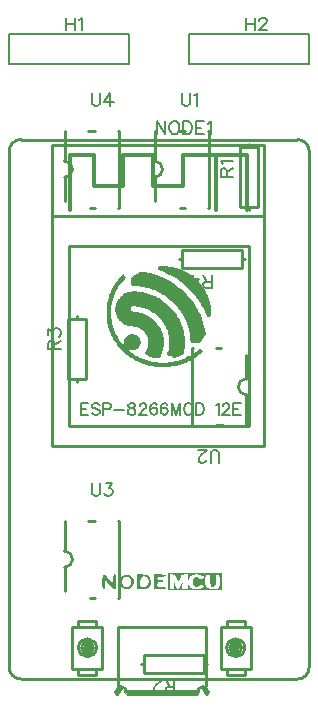
<source format=gto>
G04 Layer: TopSilkscreenLayer*
G04 EasyEDA v6.5.38, 2023-12-01 14:45:36*
G04 d3a44f610aa94845aa177982d7dd4480,0f913dacbf7e480eb1521c3b63592b38,10*
G04 Gerber Generator version 0.2*
G04 Scale: 100 percent, Rotated: No, Reflected: No *
G04 Dimensions in millimeters *
G04 leading zeros omitted , absolute positions ,4 integer and 5 decimal *
%FSLAX45Y45*%
%MOMM*%

%ADD10C,0.1524*%
%ADD11C,0.2032*%
%ADD12C,0.2030*%
%ADD13C,0.2540*%
%ADD14C,0.2997*%
%ADD15C,0.0112*%

%LPD*%
G36*
X1206804Y3560826D02*
G01*
X1199337Y3543350D01*
X1196441Y3535324D01*
X1196035Y3533343D01*
X1197660Y3531768D01*
X1202131Y3529380D01*
X1208786Y3526485D01*
X1228039Y3519119D01*
X1248562Y3510432D01*
X1276654Y3497579D01*
X1298854Y3486505D01*
X1320596Y3474618D01*
X1331264Y3468420D01*
X1347012Y3458768D01*
X1362456Y3448659D01*
X1372616Y3441750D01*
X1387551Y3430981D01*
X1406906Y3416096D01*
X1416405Y3408375D01*
X1430324Y3396538D01*
X1443888Y3384296D01*
X1457096Y3371697D01*
X1474114Y3354425D01*
X1490472Y3336493D01*
X1502308Y3322726D01*
X1517446Y3303828D01*
X1531874Y3284423D01*
X1545539Y3264458D01*
X1558442Y3244037D01*
X1564640Y3233623D01*
X1573530Y3217824D01*
X1584655Y3196336D01*
X1592478Y3179927D01*
X1602130Y3157728D01*
X1610207Y3138373D01*
X1614322Y3131159D01*
X1618335Y3128721D01*
X1623720Y3129330D01*
X1630680Y3131058D01*
X1635963Y3132836D01*
X1639824Y3135020D01*
X1642465Y3138119D01*
X1644091Y3142386D01*
X1645005Y3148330D01*
X1645412Y3156204D01*
X1645412Y3173069D01*
X1644954Y3186125D01*
X1644040Y3199130D01*
X1642668Y3212134D01*
X1640890Y3225139D01*
X1638655Y3238042D01*
X1635963Y3250895D01*
X1632864Y3263646D01*
X1629308Y3276346D01*
X1625346Y3288944D01*
X1620977Y3301390D01*
X1616202Y3313684D01*
X1610969Y3325876D01*
X1605381Y3337864D01*
X1599387Y3349701D01*
X1592986Y3361334D01*
X1586179Y3372764D01*
X1579016Y3383991D01*
X1572361Y3393592D01*
X1565706Y3402279D01*
X1558036Y3411423D01*
X1549552Y3420973D01*
X1540459Y3430676D01*
X1530807Y3440429D01*
X1520901Y3450031D01*
X1510792Y3459327D01*
X1500733Y3468115D01*
X1490929Y3476294D01*
X1481429Y3483660D01*
X1472539Y3490061D01*
X1463090Y3496157D01*
X1452575Y3502456D01*
X1441907Y3508501D01*
X1431036Y3514191D01*
X1420063Y3519576D01*
X1408938Y3524656D01*
X1397660Y3529380D01*
X1386281Y3533851D01*
X1374749Y3537915D01*
X1363167Y3541674D01*
X1351432Y3545128D01*
X1339646Y3548227D01*
X1327759Y3551021D01*
X1315821Y3553460D01*
X1303782Y3555542D01*
X1291691Y3557270D01*
X1279601Y3558692D01*
X1267409Y3559759D01*
X1255217Y3560470D01*
X1242974Y3560826D01*
G37*
G36*
X1054049Y3516071D02*
G01*
X1049883Y3514953D01*
X1042974Y3511854D01*
X1034287Y3507384D01*
X1019810Y3498748D01*
X1008938Y3491585D01*
X998118Y3484067D01*
X988568Y3477056D01*
X979271Y3469589D01*
X975156Y3465982D01*
X972159Y3462782D01*
X970127Y3459734D01*
X968806Y3456482D01*
X968095Y3452723D01*
X967790Y3448050D01*
X967892Y3433927D01*
X969111Y3415741D01*
X972261Y3392170D01*
X1005179Y3392119D01*
X1016304Y3391712D01*
X1027582Y3391001D01*
X1039012Y3389884D01*
X1050594Y3388410D01*
X1062278Y3386582D01*
X1074013Y3384397D01*
X1085900Y3381908D01*
X1097838Y3379063D01*
X1109827Y3375863D01*
X1121816Y3372358D01*
X1133856Y3368497D01*
X1145844Y3364382D01*
X1157833Y3359912D01*
X1169822Y3355136D01*
X1193546Y3344722D01*
X1205331Y3339084D01*
X1216964Y3333140D01*
X1228496Y3326942D01*
X1239875Y3320440D01*
X1251102Y3313684D01*
X1260703Y3307587D01*
X1269441Y3301441D01*
X1278737Y3294379D01*
X1288542Y3286455D01*
X1298702Y3277870D01*
X1309065Y3268726D01*
X1329740Y3249371D01*
X1339799Y3239465D01*
X1358544Y3219754D01*
X1366926Y3210306D01*
X1374546Y3201263D01*
X1381150Y3192780D01*
X1387703Y3183534D01*
X1394815Y3172866D01*
X1401673Y3161944D01*
X1408226Y3150920D01*
X1414475Y3139694D01*
X1420418Y3128365D01*
X1426057Y3116884D01*
X1431391Y3105302D01*
X1436420Y3093618D01*
X1441094Y3081832D01*
X1445463Y3069996D01*
X1449476Y3058109D01*
X1453134Y3046171D01*
X1456486Y3034182D01*
X1459433Y3022244D01*
X1462074Y3010255D01*
X1464310Y2998317D01*
X1466189Y2986430D01*
X1467713Y2974594D01*
X1468882Y2962757D01*
X1470710Y2932176D01*
X1471726Y2921508D01*
X1472488Y2917596D01*
X1473504Y2914497D01*
X1474825Y2912160D01*
X1476603Y2910433D01*
X1478889Y2909214D01*
X1481734Y2908452D01*
X1485239Y2907995D01*
X1541424Y2906522D01*
X1561033Y2929839D01*
X1568805Y2939846D01*
X1576730Y2950667D01*
X1583842Y2961030D01*
X1599996Y2986481D01*
X1594561Y3018688D01*
X1592326Y3030626D01*
X1587042Y3054350D01*
X1580794Y3077819D01*
X1577289Y3089503D01*
X1569567Y3112617D01*
X1565351Y3124047D01*
X1556207Y3146653D01*
X1546148Y3168954D01*
X1537970Y3185414D01*
X1532280Y3196234D01*
X1520190Y3217570D01*
X1510538Y3233216D01*
X1496923Y3253689D01*
X1482496Y3273602D01*
X1474978Y3283305D01*
X1459280Y3302355D01*
X1442669Y3320846D01*
X1425194Y3338677D01*
X1411579Y3351580D01*
X1397508Y3364128D01*
X1378102Y3380232D01*
X1357985Y3395573D01*
X1347673Y3402990D01*
X1326642Y3417163D01*
X1315923Y3423970D01*
X1299514Y3433775D01*
X1277264Y3446068D01*
X1260246Y3454755D01*
X1248765Y3460292D01*
X1231341Y3468115D01*
X1207820Y3477768D01*
X1189939Y3484372D01*
X1165860Y3492296D01*
X1153718Y3495903D01*
X1141526Y3499256D01*
X1117041Y3505200D01*
X1098550Y3508959D01*
X1069594Y3513988D01*
X1059434Y3515512D01*
G37*
G36*
X899160Y3495446D02*
G01*
X896619Y3493617D01*
X891489Y3488588D01*
X884478Y3481222D01*
X872032Y3467201D01*
X863549Y3457092D01*
X855421Y3446779D01*
X847598Y3436365D01*
X840130Y3425799D01*
X829462Y3409696D01*
X822807Y3398774D01*
X816457Y3387699D01*
X810463Y3376523D01*
X804773Y3365195D01*
X799388Y3353714D01*
X794359Y3342132D01*
X789686Y3330397D01*
X785317Y3318510D01*
X781253Y3306521D01*
X777544Y3294379D01*
X774192Y3282137D01*
X771144Y3269792D01*
X768451Y3257296D01*
X766114Y3244646D01*
X764438Y3233928D01*
X763117Y3222650D01*
X762050Y3210915D01*
X761339Y3198825D01*
X760730Y3180181D01*
X760831Y3161182D01*
X761238Y3148431D01*
X762406Y3129432D01*
X763524Y3116935D01*
X764895Y3104692D01*
X766572Y3092754D01*
X768502Y3081223D01*
X770686Y3070148D01*
X773125Y3059633D01*
X776122Y3048558D01*
X779780Y3036519D01*
X783691Y3024581D01*
X787857Y3012846D01*
X792378Y3001264D01*
X797102Y2989884D01*
X802132Y2978607D01*
X807466Y2967532D01*
X813053Y2956661D01*
X818896Y2945942D01*
X825042Y2935376D01*
X831443Y2925013D01*
X838098Y2914853D01*
X845007Y2904896D01*
X852169Y2895092D01*
X859637Y2885490D01*
X867308Y2876092D01*
X875284Y2866898D01*
X883462Y2857906D01*
X891946Y2849118D01*
X900633Y2840532D01*
X909624Y2832150D01*
X918819Y2824022D01*
X928268Y2816047D01*
X937971Y2808325D01*
X947877Y2800807D01*
X957986Y2793593D01*
X968248Y2786634D01*
X978611Y2779979D01*
X989076Y2773629D01*
X999693Y2767533D01*
X1010412Y2761691D01*
X1021232Y2756204D01*
X1043127Y2745994D01*
X1054252Y2741320D01*
X1071067Y2734868D01*
X1082395Y2730906D01*
X1093774Y2727248D01*
X1110945Y2722270D01*
X1122476Y2719324D01*
X1134059Y2716631D01*
X1145692Y2714244D01*
X1157376Y2712161D01*
X1169111Y2710332D01*
X1192580Y2707538D01*
X1216202Y2705862D01*
X1228039Y2705455D01*
X1251661Y2705506D01*
X1263497Y2705963D01*
X1275283Y2706674D01*
X1292961Y2708300D01*
X1316482Y2711450D01*
X1328166Y2713482D01*
X1351432Y2718308D01*
X1374495Y2724302D01*
X1385925Y2727706D01*
X1397304Y2731414D01*
X1408582Y2735427D01*
X1419809Y2739694D01*
X1430934Y2744216D01*
X1442008Y2749042D01*
X1452981Y2754172D01*
X1463852Y2759557D01*
X1479905Y2768142D01*
X1490522Y2774238D01*
X1506169Y2783941D01*
X1516481Y2790748D01*
X1526641Y2797810D01*
X1536649Y2805176D01*
X1548282Y2814116D01*
X1558848Y2822549D01*
X1567129Y2829509D01*
X1572056Y2834081D01*
X1575816Y2838551D01*
X1576527Y2842056D01*
X1573733Y2846425D01*
X1566926Y2853436D01*
X1561998Y2858109D01*
X1557578Y2861919D01*
X1554124Y2864510D01*
X1552041Y2865424D01*
X1549450Y2864104D01*
X1544421Y2860497D01*
X1537716Y2855163D01*
X1525574Y2844850D01*
X1516430Y2837383D01*
X1506880Y2830118D01*
X1496974Y2823057D01*
X1486712Y2816199D01*
X1476146Y2809595D01*
X1465326Y2803245D01*
X1454200Y2797149D01*
X1437081Y2788513D01*
X1425397Y2783128D01*
X1413560Y2777998D01*
X1401521Y2773222D01*
X1389380Y2768752D01*
X1377137Y2764586D01*
X1364792Y2760776D01*
X1352397Y2757322D01*
X1339951Y2754223D01*
X1327505Y2751531D01*
X1317040Y2749600D01*
X1305814Y2747975D01*
X1293926Y2746603D01*
X1281633Y2745486D01*
X1268984Y2744673D01*
X1256080Y2744114D01*
X1243126Y2743809D01*
X1230223Y2743809D01*
X1217472Y2744063D01*
X1205026Y2744622D01*
X1192987Y2745435D01*
X1181557Y2746502D01*
X1170838Y2747873D01*
X1160932Y2749550D01*
X1147876Y2752242D01*
X1134821Y2755341D01*
X1121816Y2758795D01*
X1108913Y2762605D01*
X1096060Y2766771D01*
X1083360Y2771241D01*
X1070813Y2776067D01*
X1058468Y2781198D01*
X1046327Y2786583D01*
X1034440Y2792272D01*
X1022807Y2798216D01*
X1011478Y2804464D01*
X1000506Y2810865D01*
X989888Y2817571D01*
X979678Y2824429D01*
X969873Y2831490D01*
X960526Y2838754D01*
X933856Y2861767D01*
X949655Y2854604D01*
X954938Y2852470D01*
X960221Y2850743D01*
X965504Y2849473D01*
X970737Y2848660D01*
X975918Y2848254D01*
X981049Y2848203D01*
X986078Y2848610D01*
X991006Y2849321D01*
X995883Y2850438D01*
X1000607Y2851861D01*
X1005179Y2853588D01*
X1009599Y2855620D01*
X1013917Y2857957D01*
X1021943Y2863443D01*
X1025652Y2866542D01*
X1029157Y2869895D01*
X1032408Y2873451D01*
X1035456Y2877210D01*
X1038250Y2881122D01*
X1040790Y2885186D01*
X1044956Y2893822D01*
X1046581Y2898292D01*
X1047851Y2902864D01*
X1048816Y2907538D01*
X1049477Y2912313D01*
X1049731Y2917088D01*
X1049578Y2921914D01*
X1049070Y2926791D01*
X1048156Y2931668D01*
X1046835Y2936494D01*
X1045057Y2941370D01*
X1042873Y2946146D01*
X1040180Y2950870D01*
X1037082Y2955544D01*
X1033271Y2960370D01*
X1029157Y2964738D01*
X1024839Y2968701D01*
X1020267Y2972257D01*
X1015441Y2975356D01*
X1010513Y2978099D01*
X1005382Y2980385D01*
X1000150Y2982264D01*
X994765Y2983687D01*
X989380Y2984754D01*
X983894Y2985363D01*
X978408Y2985566D01*
X972870Y2985312D01*
X967384Y2984703D01*
X961948Y2983636D01*
X956614Y2982163D01*
X951382Y2980283D01*
X946251Y2977946D01*
X941273Y2975254D01*
X936498Y2972104D01*
X931926Y2968498D01*
X927557Y2964535D01*
X923442Y2960166D01*
X919632Y2955340D01*
X916584Y2950972D01*
X914196Y2947060D01*
X912317Y2943301D01*
X910945Y2939542D01*
X909980Y2935478D01*
X909370Y2930906D01*
X908964Y2919425D01*
X909319Y2909570D01*
X910539Y2900578D01*
X912469Y2892755D01*
X915212Y2886303D01*
X921512Y2874416D01*
X909675Y2885287D01*
X903376Y2891891D01*
X896721Y2899714D01*
X889812Y2908503D01*
X882700Y2918206D01*
X875537Y2928620D01*
X868375Y2939643D01*
X861314Y2951073D01*
X854405Y2962859D01*
X847801Y2974746D01*
X841552Y2986684D01*
X835710Y2998470D01*
X830478Y3010001D01*
X825855Y3021076D01*
X821690Y3032201D01*
X817829Y3044088D01*
X814273Y3056432D01*
X811072Y3069183D01*
X808228Y3082290D01*
X805789Y3095650D01*
X803656Y3109214D01*
X801979Y3122930D01*
X800608Y3136696D01*
X799693Y3150514D01*
X799134Y3164230D01*
X798982Y3177794D01*
X799236Y3191205D01*
X799896Y3204311D01*
X801014Y3217113D01*
X802538Y3229508D01*
X804519Y3241446D01*
X806907Y3253435D01*
X809701Y3265424D01*
X812901Y3277412D01*
X816559Y3289401D01*
X820572Y3301390D01*
X824941Y3313277D01*
X829665Y3325114D01*
X834745Y3336848D01*
X840181Y3348431D01*
X848868Y3365550D01*
X855116Y3376726D01*
X861618Y3387648D01*
X868375Y3398367D01*
X875436Y3408832D01*
X882700Y3418992D01*
X890269Y3428796D01*
X898042Y3438347D01*
X906068Y3447491D01*
X914247Y3456228D01*
X928014Y3470401D01*
X909370Y3487775D01*
X904646Y3491788D01*
X901090Y3494430D01*
G37*
G36*
X990904Y3347059D02*
G01*
X977290Y3346551D01*
X963980Y3345535D01*
X952500Y3344062D01*
X944371Y3342335D01*
X937971Y3340252D01*
X925677Y3335426D01*
X913993Y3329787D01*
X903071Y3323336D01*
X897839Y3319830D01*
X887933Y3312261D01*
X878789Y3303981D01*
X870458Y3294989D01*
X862888Y3285337D01*
X859434Y3280308D01*
X856183Y3275076D01*
X850341Y3264255D01*
X847750Y3258616D01*
X843280Y3246932D01*
X841349Y3240938D01*
X839673Y3234791D01*
X838250Y3228492D01*
X837082Y3222142D01*
X835507Y3209391D01*
X834847Y3197250D01*
X834847Y3191306D01*
X835558Y3179673D01*
X837184Y3168446D01*
X838301Y3162960D01*
X841248Y3152241D01*
X845108Y3141878D01*
X849884Y3131870D01*
X855573Y3122218D01*
X862177Y3112871D01*
X869696Y3103880D01*
X878128Y3095193D01*
X887526Y3086760D01*
X897229Y3079140D01*
X907034Y3072536D01*
X917092Y3066897D01*
X922274Y3064408D01*
X932992Y3060090D01*
X944321Y3056534D01*
X956462Y3053689D01*
X969518Y3051505D01*
X1008735Y3045917D01*
X1013917Y3045002D01*
X1019149Y3043682D01*
X1024483Y3042005D01*
X1029817Y3039973D01*
X1040485Y3034944D01*
X1051001Y3028696D01*
X1061212Y3021431D01*
X1066139Y3017469D01*
X1075588Y3008884D01*
X1084275Y2999587D01*
X1088237Y2994761D01*
X1091996Y2989732D01*
X1095451Y2984652D01*
X1098651Y2979470D01*
X1101496Y2974187D01*
X1103833Y2969260D01*
X1107795Y2958947D01*
X1110742Y2948178D01*
X1111910Y2942640D01*
X1113485Y2931312D01*
X1114094Y2919882D01*
X1113790Y2908350D01*
X1112520Y2896870D01*
X1110386Y2885592D01*
X1108964Y2880055D01*
X1105458Y2869336D01*
X1101039Y2859074D01*
X1098499Y2854147D01*
X1092758Y2844850D01*
X1082040Y2829407D01*
X1098194Y2813558D01*
X1102918Y2809341D01*
X1107592Y2805582D01*
X1112316Y2802128D01*
X1117092Y2799080D01*
X1122019Y2796286D01*
X1127150Y2793847D01*
X1132535Y2791612D01*
X1138174Y2789631D01*
X1150620Y2786227D01*
X1168450Y2782620D01*
X1185214Y2779826D01*
X1191514Y2779268D01*
X1196644Y2779420D01*
X1200912Y2780233D01*
X1204468Y2781858D01*
X1207566Y2784348D01*
X1210360Y2787802D01*
X1213154Y2792222D01*
X1219352Y2804312D01*
X1224534Y2815539D01*
X1229156Y2826816D01*
X1233170Y2838246D01*
X1236675Y2849727D01*
X1239621Y2861310D01*
X1242009Y2872892D01*
X1243838Y2884576D01*
X1245108Y2896260D01*
X1245819Y2907944D01*
X1246022Y2919628D01*
X1245616Y2931261D01*
X1244701Y2942894D01*
X1243228Y2954477D01*
X1241196Y2965958D01*
X1238656Y2977438D01*
X1235506Y2988767D01*
X1231900Y2999994D01*
X1227683Y3011119D01*
X1222959Y3022092D01*
X1217726Y3032912D01*
X1211935Y3043529D01*
X1205585Y3054045D01*
X1198727Y3064306D01*
X1191361Y3074365D01*
X1184148Y3083204D01*
X1176426Y3091738D01*
X1168146Y3099968D01*
X1159357Y3107893D01*
X1150162Y3115513D01*
X1140510Y3122726D01*
X1130503Y3129584D01*
X1120140Y3136036D01*
X1109472Y3142030D01*
X1098550Y3147618D01*
X1087374Y3152749D01*
X1075994Y3157423D01*
X1064514Y3161538D01*
X1052830Y3165195D01*
X1041146Y3168294D01*
X1029360Y3170834D01*
X1017574Y3172764D01*
X997153Y3175203D01*
X989431Y3176727D01*
X982726Y3178708D01*
X977036Y3181096D01*
X972312Y3183890D01*
X968705Y3187090D01*
X966114Y3190646D01*
X964641Y3194507D01*
X964285Y3198672D01*
X965047Y3203143D01*
X966978Y3207867D01*
X970076Y3212846D01*
X972058Y3215436D01*
X974039Y3217367D01*
X976477Y3218738D01*
X979678Y3219551D01*
X984046Y3219958D01*
X998016Y3219551D01*
X1014323Y3218535D01*
X1026058Y3217316D01*
X1037742Y3215640D01*
X1049274Y3213506D01*
X1060754Y3210915D01*
X1072083Y3207867D01*
X1083259Y3204362D01*
X1094333Y3200450D01*
X1105255Y3196082D01*
X1116025Y3191256D01*
X1126642Y3185972D01*
X1137107Y3180283D01*
X1147368Y3174187D01*
X1157478Y3167634D01*
X1167384Y3160674D01*
X1177086Y3153257D01*
X1186586Y3145485D01*
X1195882Y3137255D01*
X1205077Y3128518D01*
X1213967Y3119374D01*
X1222349Y3110128D01*
X1230223Y3100679D01*
X1237589Y3090976D01*
X1244498Y3080969D01*
X1250950Y3070707D01*
X1257046Y3060039D01*
X1262735Y3049016D01*
X1268069Y3037535D01*
X1273048Y3025546D01*
X1277772Y3013049D01*
X1281988Y3000552D01*
X1285189Y2989630D01*
X1287526Y2979064D01*
X1289151Y2967634D01*
X1290320Y2954070D01*
X1291132Y2937154D01*
X1291742Y2918053D01*
X1291996Y2902407D01*
X1291742Y2888996D01*
X1290878Y2876956D01*
X1289304Y2865323D01*
X1286814Y2853283D01*
X1283411Y2839872D01*
X1276146Y2815183D01*
X1275689Y2812999D01*
X1275943Y2811068D01*
X1277061Y2809240D01*
X1279296Y2807411D01*
X1282852Y2805430D01*
X1287983Y2803144D01*
X1303680Y2797200D01*
X1333347Y2786430D01*
X1363522Y2795625D01*
X1382217Y2802178D01*
X1400200Y2808986D01*
X1411884Y2813964D01*
X1413611Y2815082D01*
X1418945Y2844800D01*
X1420520Y2854858D01*
X1421841Y2866085D01*
X1422857Y2878124D01*
X1423974Y2904032D01*
X1423924Y2930906D01*
X1423466Y2944164D01*
X1422704Y2957017D01*
X1421688Y2969260D01*
X1420317Y2980690D01*
X1418691Y2991104D01*
X1416304Y3003346D01*
X1413560Y3015538D01*
X1410411Y3027578D01*
X1406906Y3039516D01*
X1403045Y3051352D01*
X1398879Y3063087D01*
X1394307Y3074619D01*
X1389430Y3086049D01*
X1384198Y3097326D01*
X1378661Y3108452D01*
X1372768Y3119424D01*
X1366621Y3130194D01*
X1360119Y3140811D01*
X1353312Y3151276D01*
X1346200Y3161487D01*
X1338783Y3171545D01*
X1331112Y3181350D01*
X1323136Y3190951D01*
X1314907Y3200349D01*
X1306372Y3209544D01*
X1297584Y3218484D01*
X1288491Y3227171D01*
X1279194Y3235604D01*
X1269644Y3243783D01*
X1259840Y3251758D01*
X1249781Y3259378D01*
X1239469Y3266744D01*
X1228953Y3273856D01*
X1218234Y3280664D01*
X1207262Y3287166D01*
X1196086Y3293364D01*
X1184706Y3299256D01*
X1172870Y3304946D01*
X1160881Y3310280D01*
X1148791Y3315309D01*
X1136599Y3319983D01*
X1124356Y3324301D01*
X1112062Y3328263D01*
X1099718Y3331870D01*
X1087323Y3335121D01*
X1074978Y3337966D01*
X1062685Y3340455D01*
X1050442Y3342538D01*
X1038301Y3344265D01*
X1026261Y3345535D01*
X1014323Y3346450D01*
X1002537Y3346958D01*
G37*
G36*
X1283208Y959612D02*
G01*
X1283208Y950721D01*
X1318056Y950721D01*
X1324813Y950417D01*
X1330502Y949401D01*
X1335379Y947470D01*
X1339646Y944473D01*
X1343558Y940155D01*
X1347266Y934313D01*
X1351026Y926795D01*
X1355090Y917397D01*
X1368704Y884072D01*
X1381048Y910691D01*
X1385671Y921562D01*
X1389227Y931468D01*
X1391412Y939342D01*
X1391716Y944016D01*
X1393393Y946607D01*
X1399032Y948740D01*
X1407769Y950163D01*
X1418793Y950721D01*
X1447444Y950721D01*
X1447444Y888288D01*
X1451254Y888288D01*
X1451457Y893876D01*
X1452118Y899261D01*
X1453235Y904392D01*
X1454708Y909370D01*
X1456588Y914044D01*
X1458874Y918514D01*
X1461465Y922731D01*
X1464462Y926693D01*
X1467713Y930351D01*
X1471320Y933805D01*
X1475232Y936955D01*
X1479397Y939850D01*
X1483817Y942390D01*
X1488490Y944676D01*
X1493367Y946658D01*
X1498498Y948334D01*
X1503781Y949706D01*
X1509268Y950721D01*
X1514957Y951382D01*
X1520748Y951737D01*
X1526692Y951737D01*
X1532737Y951382D01*
X1538833Y950671D01*
X1545082Y949604D01*
X1551381Y948131D01*
X1557731Y946302D01*
X1564081Y944067D01*
X1570482Y941425D01*
X1576730Y938530D01*
X1581404Y936040D01*
X1584502Y933703D01*
X1586128Y931418D01*
X1586382Y928878D01*
X1585315Y925982D01*
X1582978Y922528D01*
X1579524Y918260D01*
X1575765Y914146D01*
X1572514Y911250D01*
X1569415Y909523D01*
X1566265Y909066D01*
X1562709Y909878D01*
X1558594Y911910D01*
X1553514Y915263D01*
X1547317Y919886D01*
X1541881Y923594D01*
X1536496Y926439D01*
X1531213Y928471D01*
X1526032Y929640D01*
X1521053Y929995D01*
X1516278Y929640D01*
X1511757Y928522D01*
X1507540Y926642D01*
X1503629Y924052D01*
X1500124Y920800D01*
X1497025Y916889D01*
X1494434Y912368D01*
X1492300Y907186D01*
X1490726Y901446D01*
X1490430Y899515D01*
X1594104Y899515D01*
X1594358Y905662D01*
X1595678Y917397D01*
X1596745Y922883D01*
X1598066Y928065D01*
X1599590Y932891D01*
X1601419Y937260D01*
X1603502Y941120D01*
X1605788Y944422D01*
X1608378Y947064D01*
X1611122Y949045D01*
X1614170Y950264D01*
X1617421Y950721D01*
X1622044Y950671D01*
X1625955Y950366D01*
X1629206Y949756D01*
X1631848Y948639D01*
X1633880Y946861D01*
X1635455Y944321D01*
X1636623Y940866D01*
X1637436Y936396D01*
X1637944Y930656D01*
X1638401Y915111D01*
X1638604Y895451D01*
X1639112Y886714D01*
X1640027Y878738D01*
X1641195Y871524D01*
X1642719Y865124D01*
X1644548Y859536D01*
X1646682Y854811D01*
X1649069Y850900D01*
X1651711Y847902D01*
X1654657Y845769D01*
X1657756Y844550D01*
X1661160Y844245D01*
X1664716Y844905D01*
X1668525Y846480D01*
X1672488Y849071D01*
X1676603Y852627D01*
X1679854Y856335D01*
X1682445Y860653D01*
X1684477Y865733D01*
X1685950Y871778D01*
X1686915Y878840D01*
X1687322Y887120D01*
X1687271Y896721D01*
X1686052Y921359D01*
X1685798Y931671D01*
X1686204Y939241D01*
X1687372Y944473D01*
X1689506Y947826D01*
X1692808Y949706D01*
X1697329Y950518D01*
X1703324Y950721D01*
X1705813Y950264D01*
X1708150Y948994D01*
X1710283Y946962D01*
X1712264Y944168D01*
X1714042Y940765D01*
X1715617Y936802D01*
X1717039Y932281D01*
X1718259Y927303D01*
X1720138Y916228D01*
X1721205Y904087D01*
X1721408Y891387D01*
X1721256Y884986D01*
X1720189Y872388D01*
X1718259Y860450D01*
X1716938Y854913D01*
X1715363Y849782D01*
X1713585Y845007D01*
X1711553Y840740D01*
X1709267Y837031D01*
X1707083Y834694D01*
X1704136Y832612D01*
X1700428Y830783D01*
X1696110Y829310D01*
X1691233Y828040D01*
X1685950Y827074D01*
X1674266Y825957D01*
X1668068Y825804D01*
X1655368Y826262D01*
X1649069Y826871D01*
X1642922Y827735D01*
X1636928Y828852D01*
X1631289Y830224D01*
X1626006Y831850D01*
X1621180Y833678D01*
X1616913Y835761D01*
X1613255Y838098D01*
X1610360Y840638D01*
X1607362Y844245D01*
X1604721Y848410D01*
X1602333Y853033D01*
X1600301Y858012D01*
X1598523Y863396D01*
X1597050Y869086D01*
X1595882Y874928D01*
X1595018Y880973D01*
X1594154Y893368D01*
X1594104Y899515D01*
X1490430Y899515D01*
X1489760Y895146D01*
X1489456Y888288D01*
X1489760Y881481D01*
X1490726Y875182D01*
X1492300Y869492D01*
X1494383Y864311D01*
X1497025Y859790D01*
X1500073Y855878D01*
X1503578Y852627D01*
X1507490Y850036D01*
X1511655Y848106D01*
X1516176Y846937D01*
X1520952Y846531D01*
X1525879Y846886D01*
X1531010Y848004D01*
X1536242Y849985D01*
X1541576Y852779D01*
X1552549Y860501D01*
X1557324Y863549D01*
X1561490Y865530D01*
X1565198Y866495D01*
X1568551Y866444D01*
X1571752Y865428D01*
X1574952Y863447D01*
X1578305Y860552D01*
X1580896Y857503D01*
X1582420Y854456D01*
X1582928Y851458D01*
X1582470Y848461D01*
X1581099Y845515D01*
X1578914Y842721D01*
X1575866Y840028D01*
X1572056Y837488D01*
X1567484Y835152D01*
X1562303Y833018D01*
X1556461Y831138D01*
X1550009Y829513D01*
X1543100Y828141D01*
X1535633Y827125D01*
X1527810Y826516D01*
X1519529Y826211D01*
X1513332Y826363D01*
X1507337Y826820D01*
X1501597Y827633D01*
X1496161Y828802D01*
X1490980Y830275D01*
X1486103Y832103D01*
X1481531Y834237D01*
X1477213Y836726D01*
X1473200Y839469D01*
X1469491Y842518D01*
X1466138Y845870D01*
X1463090Y849528D01*
X1460398Y853490D01*
X1458010Y857656D01*
X1455978Y862126D01*
X1454302Y866902D01*
X1452981Y871880D01*
X1452016Y877112D01*
X1451457Y882599D01*
X1451254Y888288D01*
X1447444Y888288D01*
X1447444Y825906D01*
X1416608Y826058D01*
X1411020Y826617D01*
X1407007Y827887D01*
X1404366Y830224D01*
X1402892Y833780D01*
X1402334Y838860D01*
X1402638Y845819D01*
X1406499Y883869D01*
X1385112Y846632D01*
X1380845Y839876D01*
X1377035Y834593D01*
X1373581Y830834D01*
X1370330Y828598D01*
X1367231Y827836D01*
X1364081Y828598D01*
X1360881Y830834D01*
X1357426Y834593D01*
X1353616Y839876D01*
X1349349Y846632D01*
X1327962Y883869D01*
X1331772Y846124D01*
X1332026Y839317D01*
X1331620Y834237D01*
X1330350Y830580D01*
X1328115Y828192D01*
X1324813Y826769D01*
X1320241Y826058D01*
X1309878Y825957D01*
X1306169Y826262D01*
X1303121Y827074D01*
X1300683Y828497D01*
X1298752Y830834D01*
X1297279Y834186D01*
X1296212Y838860D01*
X1295450Y844956D01*
X1294993Y852779D01*
X1294688Y874217D01*
X1294638Y950721D01*
X1283208Y950721D01*
X1283208Y816965D01*
X1741525Y816965D01*
X1741525Y959612D01*
G37*
G36*
X828751Y956868D02*
G01*
X827379Y956767D01*
X826008Y956106D01*
X824636Y954836D01*
X823315Y953008D01*
X820877Y947419D01*
X819759Y943711D01*
X817829Y934313D01*
X816305Y922223D01*
X813409Y879551D01*
X777138Y921156D01*
X766876Y932180D01*
X762304Y936752D01*
X758037Y940663D01*
X754075Y943965D01*
X750417Y946607D01*
X747115Y948639D01*
X744067Y950010D01*
X741324Y950671D01*
X738835Y950721D01*
X736600Y950061D01*
X734568Y948791D01*
X732840Y946759D01*
X731266Y944118D01*
X729945Y940714D01*
X728827Y936650D01*
X727100Y926439D01*
X726084Y913333D01*
X725576Y897382D01*
X725576Y875741D01*
X726033Y855827D01*
X726440Y848207D01*
X727100Y841908D01*
X727913Y836930D01*
X729030Y833018D01*
X730402Y830122D01*
X732028Y828090D01*
X734060Y826769D01*
X736396Y826109D01*
X739089Y825906D01*
X742899Y826211D01*
X745845Y827328D01*
X748030Y829411D01*
X749554Y832662D01*
X750417Y837336D01*
X750671Y843534D01*
X750468Y851560D01*
X749198Y869442D01*
X748995Y876300D01*
X749096Y882091D01*
X749554Y886866D01*
X750366Y890524D01*
X751586Y893165D01*
X753160Y894740D01*
X755243Y895299D01*
X757732Y894740D01*
X760679Y893165D01*
X764184Y890524D01*
X768146Y886866D01*
X772668Y882091D01*
X783336Y869442D01*
X794715Y855014D01*
X804113Y843838D01*
X812342Y835202D01*
X816000Y831900D01*
X819403Y829208D01*
X822553Y827227D01*
X825449Y825855D01*
X828090Y825195D01*
X830529Y825195D01*
X832713Y825855D01*
X834644Y827227D01*
X836421Y829259D01*
X837946Y832002D01*
X839317Y835456D01*
X840435Y839571D01*
X841451Y844397D01*
X842873Y856183D01*
X843686Y870813D01*
X843940Y888288D01*
X843584Y903274D01*
X842619Y916584D01*
X841095Y928217D01*
X839165Y937920D01*
X836828Y945794D01*
X835609Y948944D01*
X834288Y951585D01*
X832916Y953719D01*
X831545Y955294D01*
X830173Y956360D01*
G37*
G36*
X1019657Y950721D02*
G01*
X1019657Y878078D01*
X1046378Y878078D01*
X1046378Y888288D01*
X1046632Y895096D01*
X1047343Y901446D01*
X1048461Y907389D01*
X1049985Y912774D01*
X1051915Y917752D01*
X1054150Y922172D01*
X1056741Y926084D01*
X1059586Y929487D01*
X1062736Y932281D01*
X1066088Y934567D01*
X1069644Y936244D01*
X1073353Y937310D01*
X1077214Y937768D01*
X1081227Y937564D01*
X1085291Y936701D01*
X1089406Y935228D01*
X1093571Y933043D01*
X1097737Y930148D01*
X1101902Y926541D01*
X1105966Y922172D01*
X1109522Y917498D01*
X1112367Y912571D01*
X1114602Y907542D01*
X1116177Y902360D01*
X1117092Y897077D01*
X1117447Y891844D01*
X1117244Y886612D01*
X1116431Y881430D01*
X1115110Y876401D01*
X1113282Y871575D01*
X1110996Y866952D01*
X1108202Y862584D01*
X1104950Y858570D01*
X1101293Y854913D01*
X1097229Y851712D01*
X1092758Y848969D01*
X1087983Y846734D01*
X1082802Y845108D01*
X1077366Y844092D01*
X1071575Y843737D01*
X1061008Y843940D01*
X1057046Y844448D01*
X1053896Y845413D01*
X1051407Y846988D01*
X1049528Y849325D01*
X1048207Y852627D01*
X1047343Y856996D01*
X1046784Y862584D01*
X1046378Y878078D01*
X1019657Y878078D01*
X1019657Y825906D01*
X1066393Y826160D01*
X1074318Y826516D01*
X1081684Y827125D01*
X1088440Y827989D01*
X1094689Y829106D01*
X1100378Y830529D01*
X1105560Y832256D01*
X1110234Y834237D01*
X1114399Y836574D01*
X1118158Y839266D01*
X1121460Y842314D01*
X1124356Y845769D01*
X1126794Y849579D01*
X1128877Y853795D01*
X1130604Y858418D01*
X1131925Y863447D01*
X1132992Y868984D01*
X1133703Y874928D01*
X1134110Y881380D01*
X1134110Y895248D01*
X1133703Y901700D01*
X1132992Y907643D01*
X1131925Y913130D01*
X1130604Y918210D01*
X1128877Y922832D01*
X1126794Y927049D01*
X1124356Y930859D01*
X1121460Y934262D01*
X1118158Y937310D01*
X1114399Y940003D01*
X1110234Y942340D01*
X1105560Y944371D01*
X1100378Y946099D01*
X1094689Y947470D01*
X1088440Y948588D01*
X1081684Y949452D01*
X1074318Y950061D01*
X1057859Y950569D01*
G37*
G36*
X1160983Y950721D02*
G01*
X1160983Y825906D01*
X1225499Y826058D01*
X1235710Y826566D01*
X1244803Y827379D01*
X1252626Y828446D01*
X1259027Y829767D01*
X1263853Y831291D01*
X1266850Y832967D01*
X1267917Y834796D01*
X1267155Y836625D01*
X1264920Y838301D01*
X1261364Y839774D01*
X1256690Y841095D01*
X1251051Y842213D01*
X1244549Y843026D01*
X1237386Y843534D01*
X1217828Y843838D01*
X1208735Y844296D01*
X1201978Y845312D01*
X1197254Y847090D01*
X1194206Y849833D01*
X1192479Y853744D01*
X1191717Y859078D01*
X1191514Y866038D01*
X1191717Y872591D01*
X1192428Y877722D01*
X1193800Y881634D01*
X1196086Y884478D01*
X1199489Y886409D01*
X1204214Y887577D01*
X1210360Y888136D01*
X1218234Y888288D01*
X1228648Y889000D01*
X1237132Y890930D01*
X1242872Y893775D01*
X1245006Y897229D01*
X1242872Y900684D01*
X1237132Y903528D01*
X1228648Y905408D01*
X1206195Y906932D01*
X1197864Y909319D01*
X1193088Y913485D01*
X1191514Y919480D01*
X1191971Y922985D01*
X1193444Y925830D01*
X1195984Y928166D01*
X1199794Y929995D01*
X1204976Y931316D01*
X1211580Y932180D01*
X1219809Y932687D01*
X1237386Y933043D01*
X1244549Y933551D01*
X1251051Y934415D01*
X1256690Y935482D01*
X1261364Y936802D01*
X1264920Y938326D01*
X1267155Y940003D01*
X1267917Y941781D01*
X1266850Y943610D01*
X1263853Y945337D01*
X1259027Y946861D01*
X1252626Y948131D01*
X1244803Y949248D01*
X1235710Y950010D01*
X1225499Y950518D01*
X1214424Y950721D01*
G37*
G36*
X932180Y947623D02*
G01*
X926439Y947166D01*
X920648Y946302D01*
X914704Y944930D01*
X908710Y943102D01*
X902665Y940765D01*
X896619Y937971D01*
X892149Y935431D01*
X888034Y932687D01*
X884275Y929741D01*
X880922Y926592D01*
X877976Y923239D01*
X875334Y919734D01*
X873048Y916076D01*
X871118Y912317D01*
X869543Y908405D01*
X868273Y904392D01*
X867359Y900328D01*
X866749Y896213D01*
X866495Y892048D01*
X866541Y888288D01*
X893622Y888288D01*
X893876Y894435D01*
X894689Y900226D01*
X896010Y905611D01*
X897839Y910590D01*
X900023Y915111D01*
X902665Y919226D01*
X905611Y922832D01*
X908862Y925982D01*
X912368Y928573D01*
X916127Y930706D01*
X920089Y932230D01*
X924204Y933246D01*
X928420Y933653D01*
X932738Y933500D01*
X937056Y932687D01*
X941425Y931265D01*
X945692Y929182D01*
X949909Y926439D01*
X954024Y923036D01*
X957986Y918870D01*
X961288Y914501D01*
X963980Y909878D01*
X966114Y905103D01*
X967638Y900176D01*
X968603Y895197D01*
X969060Y890168D01*
X968959Y885139D01*
X968349Y880211D01*
X967282Y875385D01*
X965708Y870712D01*
X963726Y866241D01*
X961339Y862025D01*
X958494Y858164D01*
X955294Y854608D01*
X951737Y851509D01*
X947775Y848817D01*
X943559Y846683D01*
X938987Y845058D01*
X934110Y844092D01*
X928979Y843737D01*
X923544Y844042D01*
X918514Y845058D01*
X913942Y846683D01*
X909777Y848969D01*
X906068Y851865D01*
X902817Y855370D01*
X900023Y859434D01*
X897737Y864108D01*
X895959Y869340D01*
X894638Y875131D01*
X893876Y881430D01*
X893622Y888288D01*
X866541Y888288D01*
X866851Y883666D01*
X868426Y875334D01*
X871169Y867206D01*
X872947Y863244D01*
X877316Y855624D01*
X879906Y852068D01*
X882751Y848614D01*
X885799Y845362D01*
X889152Y842264D01*
X892657Y839419D01*
X896467Y836777D01*
X900480Y834339D01*
X904697Y832205D01*
X909116Y830376D01*
X913739Y828802D01*
X918565Y827582D01*
X923594Y826668D01*
X928827Y826109D01*
X934212Y825906D01*
X939495Y826262D01*
X944829Y827379D01*
X950061Y829106D01*
X955243Y831443D01*
X960323Y834339D01*
X965149Y837742D01*
X969771Y841603D01*
X974140Y845870D01*
X978153Y850493D01*
X981760Y855421D01*
X984961Y860552D01*
X987704Y865936D01*
X989888Y871423D01*
X991514Y877011D01*
X992581Y882650D01*
X992886Y888288D01*
X992682Y894384D01*
X991920Y900176D01*
X990752Y905713D01*
X989126Y910945D01*
X987094Y915924D01*
X984707Y920496D01*
X981913Y924814D01*
X978763Y928776D01*
X975258Y932383D01*
X971448Y935634D01*
X967333Y938530D01*
X962964Y941019D01*
X958342Y943152D01*
X953516Y944880D01*
X948436Y946200D01*
X943203Y947115D01*
X937768Y947572D01*
G37*
D10*
X419100Y5665215D02*
G01*
X419100Y5556250D01*
X491743Y5665215D02*
G01*
X491743Y5556250D01*
X419100Y5613400D02*
G01*
X491743Y5613400D01*
X526034Y5644387D02*
G01*
X536447Y5649721D01*
X552195Y5665215D01*
X552195Y5556250D01*
X1943100Y5665215D02*
G01*
X1943100Y5556250D01*
X2015743Y5665215D02*
G01*
X2015743Y5556250D01*
X1943100Y5613400D02*
G01*
X2015743Y5613400D01*
X2055368Y5639307D02*
G01*
X2055368Y5644387D01*
X2060447Y5654802D01*
X2065781Y5660136D01*
X2076195Y5665215D01*
X2096770Y5665215D01*
X2107184Y5660136D01*
X2112518Y5654802D01*
X2117597Y5644387D01*
X2117597Y5633973D01*
X2112518Y5623560D01*
X2102104Y5608065D01*
X2050034Y5556250D01*
X2122931Y5556250D01*
X1186179Y4786376D02*
G01*
X1186179Y4677410D01*
X1186179Y4786376D02*
G01*
X1258824Y4677410D01*
X1258824Y4786376D02*
G01*
X1258824Y4677410D01*
X1324356Y4786376D02*
G01*
X1313941Y4781295D01*
X1303527Y4770881D01*
X1298447Y4760468D01*
X1293113Y4744720D01*
X1293113Y4718812D01*
X1298447Y4703318D01*
X1303527Y4692904D01*
X1313941Y4682489D01*
X1324356Y4677410D01*
X1345184Y4677410D01*
X1355597Y4682489D01*
X1366011Y4692904D01*
X1371091Y4703318D01*
X1376425Y4718812D01*
X1376425Y4744720D01*
X1371091Y4760468D01*
X1366011Y4770881D01*
X1355597Y4781295D01*
X1345184Y4786376D01*
X1324356Y4786376D01*
X1410715Y4786376D02*
G01*
X1410715Y4677410D01*
X1410715Y4786376D02*
G01*
X1447038Y4786376D01*
X1462531Y4781295D01*
X1472945Y4770881D01*
X1478279Y4760468D01*
X1483359Y4744720D01*
X1483359Y4718812D01*
X1478279Y4703318D01*
X1472945Y4692904D01*
X1462531Y4682489D01*
X1447038Y4677410D01*
X1410715Y4677410D01*
X1517650Y4786376D02*
G01*
X1517650Y4677410D01*
X1517650Y4786376D02*
G01*
X1585213Y4786376D01*
X1517650Y4734560D02*
G01*
X1559306Y4734560D01*
X1517650Y4677410D02*
G01*
X1585213Y4677410D01*
X1619504Y4765547D02*
G01*
X1629918Y4770881D01*
X1645411Y4786376D01*
X1645411Y4677410D01*
X546100Y2401315D02*
G01*
X546100Y2304287D01*
X546100Y2401315D02*
G01*
X606043Y2401315D01*
X546100Y2355087D02*
G01*
X582929Y2355087D01*
X546100Y2304287D02*
G01*
X606043Y2304287D01*
X701293Y2387345D02*
G01*
X692150Y2396489D01*
X678179Y2401315D01*
X659638Y2401315D01*
X645922Y2396489D01*
X636524Y2387345D01*
X636524Y2378202D01*
X641350Y2368804D01*
X645922Y2364231D01*
X655065Y2359660D01*
X682752Y2350515D01*
X692150Y2345689D01*
X696722Y2341118D01*
X701293Y2331973D01*
X701293Y2318004D01*
X692150Y2308860D01*
X678179Y2304287D01*
X659638Y2304287D01*
X645922Y2308860D01*
X636524Y2318004D01*
X731774Y2401315D02*
G01*
X731774Y2304287D01*
X731774Y2401315D02*
G01*
X773429Y2401315D01*
X787145Y2396489D01*
X791718Y2391918D01*
X796290Y2382773D01*
X796290Y2368804D01*
X791718Y2359660D01*
X787145Y2355087D01*
X773429Y2350515D01*
X731774Y2350515D01*
X826770Y2345689D02*
G01*
X910081Y2345689D01*
X963675Y2401315D02*
G01*
X949706Y2396489D01*
X945134Y2387345D01*
X945134Y2378202D01*
X949706Y2368804D01*
X958850Y2364231D01*
X977391Y2359660D01*
X991361Y2355087D01*
X1000506Y2345689D01*
X1005077Y2336545D01*
X1005077Y2322829D01*
X1000506Y2313431D01*
X995934Y2308860D01*
X981963Y2304287D01*
X963675Y2304287D01*
X949706Y2308860D01*
X945134Y2313431D01*
X940561Y2322829D01*
X940561Y2336545D01*
X945134Y2345689D01*
X954277Y2355087D01*
X968247Y2359660D01*
X986790Y2364231D01*
X995934Y2368804D01*
X1000506Y2378202D01*
X1000506Y2387345D01*
X995934Y2396489D01*
X981963Y2401315D01*
X963675Y2401315D01*
X1040129Y2378202D02*
G01*
X1040129Y2382773D01*
X1044956Y2391918D01*
X1049527Y2396489D01*
X1058672Y2401315D01*
X1077213Y2401315D01*
X1086358Y2396489D01*
X1090929Y2391918D01*
X1095756Y2382773D01*
X1095756Y2373629D01*
X1090929Y2364231D01*
X1081786Y2350515D01*
X1035558Y2304287D01*
X1100327Y2304287D01*
X1186179Y2387345D02*
G01*
X1181608Y2396489D01*
X1167638Y2401315D01*
X1158493Y2401315D01*
X1144524Y2396489D01*
X1135379Y2382773D01*
X1130808Y2359660D01*
X1130808Y2336545D01*
X1135379Y2318004D01*
X1144524Y2308860D01*
X1158493Y2304287D01*
X1163065Y2304287D01*
X1177036Y2308860D01*
X1186179Y2318004D01*
X1190752Y2331973D01*
X1190752Y2336545D01*
X1186179Y2350515D01*
X1177036Y2359660D01*
X1163065Y2364231D01*
X1158493Y2364231D01*
X1144524Y2359660D01*
X1135379Y2350515D01*
X1130808Y2336545D01*
X1276604Y2387345D02*
G01*
X1272031Y2396489D01*
X1258315Y2401315D01*
X1248918Y2401315D01*
X1235202Y2396489D01*
X1225804Y2382773D01*
X1221231Y2359660D01*
X1221231Y2336545D01*
X1225804Y2318004D01*
X1235202Y2308860D01*
X1248918Y2304287D01*
X1253490Y2304287D01*
X1267459Y2308860D01*
X1276604Y2318004D01*
X1281429Y2331973D01*
X1281429Y2336545D01*
X1276604Y2350515D01*
X1267459Y2359660D01*
X1253490Y2364231D01*
X1248918Y2364231D01*
X1235202Y2359660D01*
X1225804Y2350515D01*
X1221231Y2336545D01*
X1311909Y2401315D02*
G01*
X1311909Y2304287D01*
X1311909Y2401315D02*
G01*
X1348740Y2304287D01*
X1385570Y2401315D02*
G01*
X1348740Y2304287D01*
X1385570Y2401315D02*
G01*
X1385570Y2304287D01*
X1443990Y2401315D02*
G01*
X1434591Y2396489D01*
X1425447Y2387345D01*
X1420875Y2378202D01*
X1416050Y2364231D01*
X1416050Y2341118D01*
X1420875Y2327402D01*
X1425447Y2318004D01*
X1434591Y2308860D01*
X1443990Y2304287D01*
X1462277Y2304287D01*
X1471675Y2308860D01*
X1480820Y2318004D01*
X1485391Y2327402D01*
X1489963Y2341118D01*
X1489963Y2364231D01*
X1485391Y2378202D01*
X1480820Y2387345D01*
X1471675Y2396489D01*
X1462277Y2401315D01*
X1443990Y2401315D01*
X1520443Y2401315D02*
G01*
X1520443Y2304287D01*
X1520443Y2401315D02*
G01*
X1552956Y2401315D01*
X1566672Y2396489D01*
X1576070Y2387345D01*
X1580641Y2378202D01*
X1585213Y2364231D01*
X1585213Y2341118D01*
X1580641Y2327402D01*
X1576070Y2318004D01*
X1566672Y2308860D01*
X1552956Y2304287D01*
X1520443Y2304287D01*
X1686813Y2382773D02*
G01*
X1695958Y2387345D01*
X1709927Y2401315D01*
X1709927Y2304287D01*
X1744979Y2378202D02*
G01*
X1744979Y2382773D01*
X1749552Y2391918D01*
X1754124Y2396489D01*
X1763522Y2401315D01*
X1781809Y2401315D01*
X1791208Y2396489D01*
X1795779Y2391918D01*
X1800352Y2382773D01*
X1800352Y2373629D01*
X1795779Y2364231D01*
X1786636Y2350515D01*
X1740408Y2304287D01*
X1804924Y2304287D01*
X1835404Y2401315D02*
G01*
X1835404Y2304287D01*
X1835404Y2401315D02*
G01*
X1895602Y2401315D01*
X1835404Y2355087D02*
G01*
X1872488Y2355087D01*
X1835404Y2304287D02*
G01*
X1895602Y2304287D01*
X1726184Y4318000D02*
G01*
X1835150Y4318000D01*
X1726184Y4318000D02*
G01*
X1726184Y4364736D01*
X1731263Y4380229D01*
X1736597Y4385563D01*
X1747011Y4390644D01*
X1757425Y4390644D01*
X1767840Y4385563D01*
X1772920Y4380229D01*
X1778000Y4364736D01*
X1778000Y4318000D01*
X1778000Y4354321D02*
G01*
X1835150Y4390644D01*
X1747011Y4424934D02*
G01*
X1741677Y4435347D01*
X1726184Y4451095D01*
X1835150Y4451095D01*
X1333500Y-51815D02*
G01*
X1333500Y57150D01*
X1333500Y-51815D02*
G01*
X1286763Y-51815D01*
X1271270Y-46736D01*
X1265936Y-41402D01*
X1260856Y-30987D01*
X1260856Y-20573D01*
X1265936Y-10160D01*
X1271270Y-5079D01*
X1286763Y0D01*
X1333500Y0D01*
X1297177Y0D02*
G01*
X1260856Y57150D01*
X1221231Y-25907D02*
G01*
X1221231Y-30987D01*
X1216152Y-41402D01*
X1210818Y-46736D01*
X1200404Y-51815D01*
X1179829Y-51815D01*
X1169415Y-46736D01*
X1164081Y-41402D01*
X1159002Y-30987D01*
X1159002Y-20573D01*
X1164081Y-10160D01*
X1174495Y5334D01*
X1226565Y57150D01*
X1153668Y57150D01*
X265684Y2857500D02*
G01*
X374650Y2857500D01*
X265684Y2857500D02*
G01*
X265684Y2904236D01*
X270763Y2919729D01*
X276097Y2925063D01*
X286512Y2930144D01*
X296926Y2930144D01*
X307339Y2925063D01*
X312420Y2919729D01*
X317500Y2904236D01*
X317500Y2857500D01*
X317500Y2893821D02*
G01*
X374650Y2930144D01*
X265684Y2974847D02*
G01*
X265684Y3031997D01*
X307339Y3001010D01*
X307339Y3016504D01*
X312420Y3026918D01*
X317500Y3031997D01*
X333247Y3037331D01*
X343662Y3037331D01*
X359155Y3031997D01*
X369570Y3021584D01*
X374650Y3006089D01*
X374650Y2990595D01*
X369570Y2974847D01*
X364489Y2969768D01*
X354076Y2964434D01*
X1651000Y3377184D02*
G01*
X1651000Y3486150D01*
X1651000Y3377184D02*
G01*
X1604263Y3377184D01*
X1588770Y3382263D01*
X1583436Y3387597D01*
X1578356Y3398012D01*
X1578356Y3408426D01*
X1583436Y3418839D01*
X1588770Y3423920D01*
X1604263Y3429000D01*
X1651000Y3429000D01*
X1614677Y3429000D02*
G01*
X1578356Y3486150D01*
X1491995Y3377184D02*
G01*
X1544065Y3449828D01*
X1466088Y3449828D01*
X1491995Y3377184D02*
G01*
X1491995Y3486150D01*
X1397000Y5027218D02*
G01*
X1397000Y4949240D01*
X1402079Y4933746D01*
X1412493Y4923332D01*
X1428241Y4918252D01*
X1438656Y4918252D01*
X1454150Y4923332D01*
X1464563Y4933746D01*
X1469643Y4949240D01*
X1469643Y5027218D01*
X1503934Y5006390D02*
G01*
X1514347Y5011724D01*
X1530095Y5027218D01*
X1530095Y4918252D01*
X1714500Y1894281D02*
G01*
X1714500Y1972259D01*
X1709420Y1987753D01*
X1699006Y1998167D01*
X1683258Y2003247D01*
X1672843Y2003247D01*
X1657350Y1998167D01*
X1646936Y1987753D01*
X1641856Y1972259D01*
X1641856Y1894281D01*
X1602231Y1920189D02*
G01*
X1602231Y1915109D01*
X1597152Y1904695D01*
X1591818Y1899361D01*
X1581404Y1894281D01*
X1560829Y1894281D01*
X1550415Y1899361D01*
X1545081Y1904695D01*
X1540002Y1915109D01*
X1540002Y1925523D01*
X1545081Y1935937D01*
X1555495Y1951431D01*
X1607565Y2003247D01*
X1534668Y2003247D01*
X635000Y1725218D02*
G01*
X635000Y1647240D01*
X640079Y1631746D01*
X650493Y1621332D01*
X666241Y1616252D01*
X676656Y1616252D01*
X692150Y1621332D01*
X702563Y1631746D01*
X707643Y1647240D01*
X707643Y1725218D01*
X752347Y1725218D02*
G01*
X809497Y1725218D01*
X778509Y1683562D01*
X794004Y1683562D01*
X804418Y1678482D01*
X809497Y1673402D01*
X814831Y1657654D01*
X814831Y1647240D01*
X809497Y1631746D01*
X799084Y1621332D01*
X783590Y1616252D01*
X768095Y1616252D01*
X752347Y1621332D01*
X747268Y1626412D01*
X741934Y1636826D01*
X635000Y5027218D02*
G01*
X635000Y4949240D01*
X640079Y4933746D01*
X650493Y4923332D01*
X666241Y4918252D01*
X676656Y4918252D01*
X692150Y4923332D01*
X702563Y4933746D01*
X707643Y4949240D01*
X707643Y5027218D01*
X794004Y5027218D02*
G01*
X741934Y4954574D01*
X819911Y4954574D01*
X794004Y5027218D02*
G01*
X794004Y4918252D01*
D11*
X952500Y5524500D02*
G01*
X952500Y5270500D01*
X-63500Y5270500D01*
X-63500Y5524500D01*
X127000Y5524500D01*
D12*
X952500Y5524500D02*
G01*
X127000Y5524500D01*
D11*
X2476500Y5524500D02*
G01*
X2476500Y5270500D01*
X1460500Y5270500D01*
X1460500Y5524500D01*
X1651000Y5524500D01*
D12*
X2476500Y5524500D02*
G01*
X1651000Y5524500D01*
D13*
X-63500Y165100D02*
G01*
X-63500Y4526279D01*
X2476505Y4533427D02*
G01*
X2476500Y170179D01*
X2377440Y66039D02*
G01*
X37444Y66039D01*
X35560Y4632960D02*
G01*
X2375555Y4632960D01*
X858520Y2550D02*
G01*
X858520Y502930D01*
X1600200Y502930D01*
X1600200Y2550D01*
X861059Y66050D02*
G01*
X1597659Y66050D01*
X899159Y502930D02*
G01*
X858520Y502930D01*
X858520Y347990D01*
X1549400Y502930D02*
G01*
X1600200Y502930D01*
X1600200Y337830D01*
X858520Y99070D02*
G01*
X858520Y7630D01*
X1600200Y99070D02*
G01*
X1600200Y7630D01*
X899159Y-2529D02*
G01*
X883564Y949D01*
X883564Y949D02*
G01*
X858520Y10D01*
X1600200Y2550D02*
G01*
X1574444Y949D01*
X1574444Y949D02*
G01*
X1562100Y10D01*
X934364Y-37150D02*
G01*
X1523644Y-37150D01*
X934364Y-57470D02*
G01*
X1523644Y-57470D01*
X919124Y-19370D02*
G01*
X919124Y-21910D01*
X919124Y-21910D02*
G01*
X919124Y-42230D01*
X1538884Y-19370D02*
G01*
X1538884Y-21910D01*
X1538884Y-21910D02*
G01*
X1538884Y-42230D01*
X861059Y10D02*
G01*
X835659Y-43169D01*
X833120Y-45709D02*
G01*
X853084Y-57470D01*
X853084Y-57470D02*
G01*
X881024Y-11750D01*
X1597659Y10D02*
G01*
X1623059Y-43169D01*
X1623059Y-45709D02*
G01*
X1604924Y-57470D01*
X1604924Y-57470D02*
G01*
X1576984Y-14290D01*
X523240Y508010D02*
G01*
X523240Y558810D01*
X675640Y558810D01*
X675640Y514832D01*
X472440Y152410D02*
G01*
X726440Y152410D01*
X726440Y508010D01*
X472440Y508010D01*
X472440Y152410D01*
X523240Y152410D01*
X523240Y101610D01*
X675640Y101610D01*
X675640Y152410D01*
X1778000Y508010D02*
G01*
X1778000Y558810D01*
X1930400Y558810D01*
X1930400Y517372D01*
X1727200Y152410D02*
G01*
X1981200Y152410D01*
X1981200Y508010D01*
X1727200Y508010D01*
X1727200Y152410D01*
X1778000Y152410D01*
X1778000Y101610D01*
X1930400Y101610D01*
X1930400Y152410D01*
X297436Y4589279D02*
G01*
X297436Y3239269D01*
X297436Y2039373D01*
X297436Y2039373D02*
G01*
X2097534Y2039373D01*
X297436Y4589279D02*
G01*
X2097534Y4589279D01*
X2097534Y4589279D02*
G01*
X2097534Y2039373D01*
X297436Y3989331D02*
G01*
X1897382Y3989331D01*
X2097534Y3989331D01*
D14*
X1953262Y4040639D02*
G01*
X1953262Y4502919D01*
X1409702Y4502919D01*
X1409702Y4243839D01*
X1150622Y4243839D01*
X1150622Y4502919D01*
X896622Y4502919D01*
X896622Y4243839D01*
X655322Y4243839D01*
X655322Y4502919D01*
X452122Y4502919D01*
X452122Y4040639D01*
X1686562Y4033019D02*
G01*
X1686562Y4501649D01*
D13*
X444502Y3735839D02*
G01*
X444502Y2211839D01*
X1968502Y2211839D01*
X1968502Y3735839D01*
X444502Y3735839D01*
X1968500Y4064000D02*
G01*
X1968500Y4038600D01*
X1968500Y4572000D02*
G01*
X1968500Y4597400D01*
X1968500Y4064000D02*
G01*
X1892300Y4064000D01*
X2044700Y4064000D02*
G01*
X1968500Y4064000D01*
X2044700Y4572000D02*
G01*
X2044700Y4064000D01*
X1968500Y4572000D02*
G01*
X2044700Y4572000D01*
X1892300Y4572000D02*
G01*
X1968500Y4572000D01*
X1892300Y4064000D02*
G01*
X1892300Y4572000D01*
X1587500Y190500D02*
G01*
X1612900Y190500D01*
X1079500Y190500D02*
G01*
X1054100Y190500D01*
X1587500Y190500D02*
G01*
X1587500Y114300D01*
X1587500Y266700D02*
G01*
X1587500Y190500D01*
X1079500Y266700D02*
G01*
X1587500Y266700D01*
X1079500Y190500D02*
G01*
X1079500Y266700D01*
X1079500Y114300D02*
G01*
X1079500Y190500D01*
X1587500Y114300D02*
G01*
X1079500Y114300D01*
X508000Y2603500D02*
G01*
X508000Y2578100D01*
X508000Y3111500D02*
G01*
X508000Y3136900D01*
X508000Y2603500D02*
G01*
X431800Y2603500D01*
X584200Y2603500D02*
G01*
X508000Y2603500D01*
X584200Y3111500D02*
G01*
X584200Y2603500D01*
X508000Y3111500D02*
G01*
X584200Y3111500D01*
X431800Y3111500D02*
G01*
X508000Y3111500D01*
X431800Y2603500D02*
G01*
X431800Y3111500D01*
X1905000Y3619500D02*
G01*
X1930400Y3619500D01*
X1397000Y3619500D02*
G01*
X1371600Y3619500D01*
X1905000Y3619500D02*
G01*
X1905000Y3543300D01*
X1905000Y3695700D02*
G01*
X1905000Y3619500D01*
X1397000Y3695700D02*
G01*
X1905000Y3695700D01*
X1397000Y3619500D02*
G01*
X1397000Y3695700D01*
X1397000Y3543300D02*
G01*
X1397000Y3619500D01*
X1905000Y3543300D02*
G01*
X1397000Y3543300D01*
X1626999Y4706500D02*
G01*
X1626999Y4056499D01*
X1167000Y4706500D02*
G01*
X1167000Y4450435D01*
X1167000Y4109557D02*
G01*
X1167000Y4312564D01*
X1167000Y4706500D02*
G01*
X1171760Y4706500D01*
X1368239Y4706500D02*
G01*
X1425760Y4706500D01*
X1622239Y4706500D02*
G01*
X1626999Y4706500D01*
X1626999Y4056499D02*
G01*
X1622239Y4056499D01*
X1425760Y4056499D02*
G01*
X1383113Y4056499D01*
X1484500Y2214999D02*
G01*
X1484500Y2865000D01*
X1944499Y2214999D02*
G01*
X1944499Y2471064D01*
X1944499Y2811942D02*
G01*
X1944499Y2608935D01*
X1944499Y2214999D02*
G01*
X1939739Y2214999D01*
X1743260Y2214999D02*
G01*
X1685739Y2214999D01*
X1489260Y2214999D02*
G01*
X1484500Y2214999D01*
X1484500Y2865000D02*
G01*
X1489260Y2865000D01*
X1685739Y2865000D02*
G01*
X1728386Y2865000D01*
X864999Y1404500D02*
G01*
X864999Y754499D01*
X405000Y1404500D02*
G01*
X405000Y1148435D01*
X405000Y807557D02*
G01*
X405000Y1010564D01*
X405000Y1404500D02*
G01*
X409760Y1404500D01*
X606239Y1404500D02*
G01*
X663760Y1404500D01*
X860239Y1404500D02*
G01*
X864999Y1404500D01*
X864999Y754499D02*
G01*
X860239Y754499D01*
X663760Y754499D02*
G01*
X621113Y754499D01*
X864999Y4706500D02*
G01*
X864999Y4056499D01*
X405000Y4706500D02*
G01*
X405000Y4450435D01*
X405000Y4109557D02*
G01*
X405000Y4312564D01*
X405000Y4706500D02*
G01*
X409760Y4706500D01*
X606239Y4706500D02*
G01*
X663760Y4706500D01*
X860239Y4706500D02*
G01*
X864999Y4706500D01*
X864999Y4056499D02*
G01*
X860239Y4056499D01*
X663760Y4056499D02*
G01*
X621113Y4056499D01*
G75*
G01*
X876300Y10D02*
G02*
X920750Y-15484I6997J-51434D01*
G75*
G01*
X920750Y-20056D02*
G03*
X935990Y-34534I15002J532D01*
G75*
G01*
X920750Y-40630D02*
G03*
X935990Y-56124I15004J-484D01*
G75*
G01*
X1525524Y-56124D02*
G03*
X1540764Y-40630I236J15010D01*
G75*
G01*
X1525524Y-34534D02*
G03*
X1540764Y-20056I238J15010D01*
G75*
G01*
X1540764Y-15484D02*
G02*
X1579880Y10I32959J-26084D01*
G75*
G01*
X882396Y-10150D02*
G03*
X886460Y10I-11596J10531D01*
G75*
G01*
X1579626Y-10658D02*
G02*
X1577340Y10I13209J8410D01*
G75*
G01*
X2377440Y4632960D02*
G02*
X2477440Y4532960I0J-100000D01*
G75*
G01*
X-63500Y4533900D02*
G02*
X36500Y4633900I100000J0D01*
G75*
G01*
X2476500Y165100D02*
G02*
X2376500Y65100I-100000J0D01*
G75*
G01*
X35560Y66040D02*
G02*
X-64435Y165067I0J100000D01*
G75*
G01*
X1167000Y4450436D02*
G02*
X1166876Y4312463I-62J-68987D01*
G75*
G01*
X1944500Y2471064D02*
G02*
X1944624Y2609037I62J68987D01*
G75*
G01*
X405000Y1148436D02*
G02*
X404876Y1010463I-62J-68987D01*
G75*
G01*
X405000Y4450436D02*
G02*
X404876Y4312463I-62J-68987D01*
G75*
G01
X599440Y317500D02*
G03X599440Y317500I-12700J0D01*
G75*
G01
X624840Y342900D02*
G03X624840Y342900I-12700J0D01*
G75*
G01
X624840Y330200D02*
G03X624840Y330200I-25400J0D01*
G75*
G01
X650240Y330200D02*
G03X650240Y330200I-50800J0D01*
G75*
G01
X675640Y330200D02*
G03X675640Y330200I-76200J0D01*
G75*
G01
X1854200Y317500D02*
G03X1854200Y317500I-12700J0D01*
G75*
G01
X1879600Y342900D02*
G03X1879600Y342900I-12700J0D01*
G75*
G01
X1879600Y330200D02*
G03X1879600Y330200I-25400J0D01*
G75*
G01
X1905000Y330200D02*
G03X1905000Y330200I-50800J0D01*
G75*
G01
X1930400Y330200D02*
G03X1930400Y330200I-76200J0D01*
M02*

</source>
